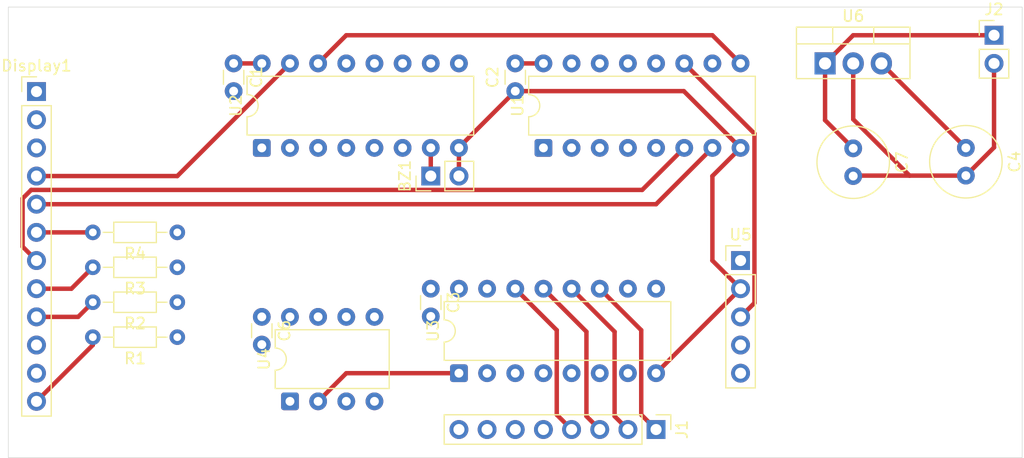
<source format=kicad_pcb>
(kicad_pcb (version 20241229) (generator "pcbnew") (generator_version "9.0")
  (layers (0 "F.Cu" signal) (4 "In1.Cu" signal) (6 "In2.Cu" signal) (8 "In3.Cu" signal) (10 "In4.Cu" signal) (12 "In5.Cu" signal) (14 "In6.Cu" signal) (16 "In7.Cu" signal) (18 "In8.Cu" signal) (2 "B.Cu" signal) (13 "F.Paste" user) (15 "B.Paste" user) (5 "F.SilkS" user "F.Silkscreen") (7 "B.SilkS" user "B.Silkscreen") (1 "F.Mask" user) (3 "B.Mask" user) (25 "Edge.Cuts" user))
  (net 0 "")
  (net 1 "/OUTPUT15")
  (net 2 "GND")
  (net 3 "+5V")
  (net 4 "Net-(J1-Pin_7)")
  (net 5 "Net-(J1-Pin_2)")
  (net 6 "Net-(J1-Pin_4)")
  (net 7 "Net-(J1-Pin_8)")
  (net 8 "Net-(J1-Pin_3)")
  (net 9 "Net-(J1-Pin_1)")
  (net 10 "Net-(J1-Pin_6)")
  (net 11 "Net-(J1-Pin_5)")
  (net 12 "/OUTPUT4")
  (net 13 "OUT_RCLOCK")
  (net 14 "/OUTPUT6")
  (net 16 "DATA")
  (net 17 "/OUTPUT0")
  (net 19 "CLOCK")
  (net 20 "/OUTPUT3")
  (net 21 "Net-(U1-QH')")
  (net 22 "/OUTPUT1")
  (net 23 "/OUTPUT5")
  (net 24 "/OUTPUT7")
  (net 25 "/OUTPUT2")
  (net 26 "Net-(Display1-D_{4})")
  (net 27 "/OUTPUT9")
  (net 28 "/OUTPUT10")
  (net 29 "/OUTPUT8")
  (net 32 "/OUTPUT11")
  (net 33 "Net-(Display1-D_{3})")
  (net 34 "Net-(Display1-D_{2})")
  (net 37 "~{INPUT_LD}")
  (net 41 "DS_CE")
  (net 42 "+VDC")
  (net 43 "Net-(Display1-D_{1})")
  (footprint "Package_TO_SOT_THT:TO-220-3_Vertical" (layer "F.Cu") (at 96.52 27.94)
    (property "Reference" "U6" (at 2.54 -4.27 0) (layer "F.SilkS"))
    (property "Value" "LM7805_TO220")
    (fp_line (start -2.58 -3.27) (end -2.58 1.371) (stroke (width 0.12)) (layer "F.SilkS"))
    (fp_line (start -2.58 -3.27) (end 7.66 -3.27) (stroke (width 0.12)) (layer "F.SilkS"))
    (fp_line (start -2.58 -1.76) (end 7.66 -1.76) (stroke (width 0.12)) (layer "F.SilkS"))
    (fp_line (start -2.58 1.371) (end 7.66 1.371) (stroke (width 0.12)) (layer "F.SilkS"))
    (fp_line (start 0.69 -3.27) (end 0.69 -1.76) (stroke (width 0.12)) (layer "F.SilkS"))
    (fp_line (start 4.391 -3.27) (end 4.391 -1.76) (stroke (width 0.12)) (layer "F.SilkS"))
    (fp_line (start 7.66 -3.27) (end 7.66 1.371) (stroke (width 0.12)) (layer "F.SilkS"))
    (pad "1" thru_hole rect (at 0 0) (size 1.905 2) (drill 1.1) (layers "*.Cu" "*.Mask") (net 42 "+VDC"))
    (pad "2" thru_hole oval (at 2.54 0) (size 1.905 2) (drill 1.1) (layers "*.Cu" "*.Mask") (net 2 "GND"))
    (pad "3" thru_hole oval (at 5.08 0) (size 1.905 2) (drill 1.1) (layers "*.Cu" "*.Mask") (net 3 "+5V"))
  )
  (footprint "Resistor_THT:R_Axial_DIN0204_L3.6mm_D1.6mm_P7.62mm_Horizontal" (layer "F.Cu") (at 38.1 52.63 180)
    (property "Reference" "R1" (at 3.81 -1.92 0) (layer "F.SilkS"))
    (property "Value" "1K")
    (fp_line (start 6.68 0) (end 5.73 0) (stroke (width 0.12)) (layer "F.SilkS"))
    (fp_line (start 5.73 0.92) (end 5.73 -0.92) (stroke (width 0.12)) (layer "F.SilkS"))
    (fp_line (start 5.73 -0.92) (end 1.89 -0.92) (stroke (width 0.12)) (layer "F.SilkS"))
    (fp_line (start 1.89 0.92) (end 5.73 0.92) (stroke (width 0.12)) (layer "F.SilkS"))
    (fp_line (start 1.89 -0.92) (end 1.89 0.92) (stroke (width 0.12)) (layer "F.SilkS"))
    (fp_line (start 0.94 0) (end 1.89 0) (stroke (width 0.12)) (layer "F.SilkS"))
    (pad "1" thru_hole circle (at 0 0 180) (size 1.4 1.4) (drill 0.7) (layers "*.Cu" "*.Mask") (net 17 "/OUTPUT0"))
    (pad "2" thru_hole oval (at 7.62 0 180) (size 1.4 1.4) (drill 0.7) (layers "*.Cu" "*.Mask") (net 43 "Net-(Display1-D_{1})"))
  )
  (footprint "Capacitor_THT:C_Radial_D6.3mm_H5.0mm_P2.50mm" (layer "F.Cu") (at 109.22 35.56 -90)
    (property "Reference" "C4" (at 1.25 -4.4 90) (layer "F.SilkS"))
    (property "Value" "100uf")
    (fp_circle (center 1.25 0) (end 4.52 0) (stroke (width 0.12)) (fill no) (layer "F.SilkS"))
    (pad "1" thru_hole circle (at 0 0 270) (size 1.6 1.6) (drill 0.8) (layers "*.Cu" "*.Mask") (net 3 "+5V"))
    (pad "2" thru_hole circle (at 2.5 0 270) (size 1.6 1.6) (drill 0.8) (layers "*.Cu" "*.Mask") (net 2 "GND"))
  )
  (footprint "Connector_PinHeader_2.54mm:PinHeader_1x02_P2.54mm_Vertical" (layer "F.Cu") (at 60.96 38.1 90)
    (property "Reference" "BZ1" (at 0 -2.33 90) (layer "F.SilkS"))
    (property "Value" "Buzzer")
    (fp_line (start -1.33 -1.33) (end 0 -1.33) (stroke (width 0.12)) (layer "F.SilkS"))
    (fp_line (start -1.33 0) (end -1.33 -1.33) (stroke (width 0.12)) (layer "F.SilkS"))
    (fp_line (start 1.33 1.27) (end 1.33 3.87) (stroke (width 0.12)) (layer "F.SilkS"))
    (fp_line (start -1.33 1.27) (end 1.33 1.27) (stroke (width 0.12)) (layer "F.SilkS"))
    (fp_line (start -1.33 1.27) (end -1.33 3.87) (stroke (width 0.12)) (layer "F.SilkS"))
    (fp_line (start -1.33 3.87) (end 1.33 3.87) (stroke (width 0.12)) (layer "F.SilkS"))
    (pad "1" thru_hole rect (at 0 0 90) (size 1.7 1.7) (drill 1) (layers "*.Cu" "*.Mask") (net 1 "/OUTPUT15"))
    (pad "2" thru_hole oval (at 0 2.54 90) (size 1.7 1.7) (drill 1) (layers "*.Cu" "*.Mask") (net 2 "GND"))
  )
  (footprint "Capacitor_THT:C_Radial_D6.3mm_H5.0mm_P2.50mm" (layer "F.Cu") (at 99.06 35.6 -90)
    (property "Reference" "C7" (at 1.25 -4.4 90) (layer "F.SilkS"))
    (property "Value" "100uf")
    (fp_circle (center 1.25 0) (end 4.52 0) (stroke (width 0.12)) (fill no) (layer "F.SilkS"))
    (pad "1" thru_hole circle (at 0 0 270) (size 1.6 1.6) (drill 0.8) (layers "*.Cu" "*.Mask") (net 42 "+VDC"))
    (pad "2" thru_hole circle (at 2.5 0 270) (size 1.6 1.6) (drill 0.8) (layers "*.Cu" "*.Mask") (net 2 "GND"))
  )
  (footprint "Capacitor_THT:C_Disc_D3.0mm_W1.6mm_P2.50mm" (layer "F.Cu") (at 60.96 48.26 -90)
    (property "Reference" "C3" (at 1.25 -2.05 90) (layer "F.SilkS"))
    (property "Value" "100nf" (hide yes))
    (fp_line (start 0.621 0.92) (end 1.879 0.92) (stroke (width 0.12)) (layer "F.SilkS"))
    (fp_line (start 0.621 -0.92) (end 1.879 -0.92) (stroke (width 0.12)) (layer "F.SilkS"))
    (pad "1" thru_hole circle (at 0 0 270) (size 1.6 1.6) (drill 0.8) (layers "*.Cu" "*.Mask") (net 3 "+5V"))
    (pad "2" thru_hole circle (at 2.5 0 270) (size 1.6 1.6) (drill 0.8) (layers "*.Cu" "*.Mask") (net 2 "GND"))
  )
  (footprint "Resistor_THT:R_Axial_DIN0204_L3.6mm_D1.6mm_P7.62mm_Horizontal" (layer "F.Cu") (at 38.1 46.33 180)
    (property "Reference" "R3" (at 3.81 -1.92 0) (layer "F.SilkS"))
    (property "Value" "1K")
    (fp_line (start 6.68 0) (end 5.73 0) (stroke (width 0.12)) (layer "F.SilkS"))
    (fp_line (start 5.73 0.92) (end 5.73 -0.92) (stroke (width 0.12)) (layer "F.SilkS"))
    (fp_line (start 5.73 -0.92) (end 1.89 -0.92) (stroke (width 0.12)) (layer "F.SilkS"))
    (fp_line (start 1.89 0.92) (end 5.73 0.92) (stroke (width 0.12)) (layer "F.SilkS"))
    (fp_line (start 1.89 -0.92) (end 1.89 0.92) (stroke (width 0.12)) (layer "F.SilkS"))
    (fp_line (start 0.94 0) (end 1.89 0) (stroke (width 0.12)) (layer "F.SilkS"))
    (pad "1" thru_hole circle (at 0 0 180) (size 1.4 1.4) (drill 0.7) (layers "*.Cu" "*.Mask") (net 25 "/OUTPUT2"))
    (pad "2" thru_hole oval (at 7.62 0 180) (size 1.4 1.4) (drill 0.7) (layers "*.Cu" "*.Mask") (net 33 "Net-(Display1-D_{3})"))
  )
  (footprint "Package_DIP:DIP-16_W7.62mm" (layer "F.Cu") (at 63.5 55.88 90)
    (property "Reference" "U3" (at 3.81 -2.33 90) (layer "F.SilkS"))
    (property "Value" "74HC165")
    (fp_line (start 6.46 -1.33) (end 4.81 -1.33) (stroke (width 0.12)) (layer "F.SilkS"))
    (fp_line (start 2.81 -1.33) (end 1.16 -1.33) (stroke (width 0.12)) (layer "F.SilkS"))
    (fp_line (start 1.16 -1.33) (end 1.16 19.11) (stroke (width 0.12)) (layer "F.SilkS"))
    (fp_line (start 6.46 19.11) (end 6.46 -1.33) (stroke (width 0.12)) (layer "F.SilkS"))
    (fp_line (start 1.16 19.11) (end 6.46 19.11) (stroke (width 0.12)) (layer "F.SilkS"))
    (fp_arc (start 4.81 -1.33) (mid 3.81 -0.33) (end 2.81 -1.33) (stroke (width 0.12)) (layer "F.SilkS"))
    (pad "1" thru_hole roundrect (at 0 0 90) (size 1.6 1.6) (drill 0.8) (layers "*.Cu" "*.Mask") (roundrect_rratio 0.15625) (net 37 "~{INPUT_LD}"))
    (pad "2" thru_hole circle (at 0 2.54 90) (size 1.6 1.6) (drill 0.8) (layers "*.Cu" "*.Mask") (net 19 "CLOCK"))
    (pad "3" thru_hole circle (at 0 5.08 90) (size 1.6 1.6) (drill 0.8) (layers "*.Cu" "*.Mask") (net 11 "Net-(J1-Pin_5)"))
    (pad "4" thru_hole circle (at 0 7.62 90) (size 1.6 1.6) (drill 0.8) (layers "*.Cu" "*.Mask") (net 10 "Net-(J1-Pin_6)"))
    (pad "5" thru_hole circle (at 0 10.16 90) (size 1.6 1.6) (drill 0.8) (layers "*.Cu" "*.Mask") (net 4 "Net-(J1-Pin_7)"))
    (pad "6" thru_hole circle (at 0 12.7 90) (size 1.6 1.6) (drill 0.8) (layers "*.Cu" "*.Mask") (net 7 "Net-(J1-Pin_8)"))
    (pad "7" thru_hole circle (at 0 15.24 90) (size 1.6 1.6) (drill 0.8) (layers "*.Cu" "*.Mask"))
    (pad "8" thru_hole circle (at 0 17.78 90) (size 1.6 1.6) (drill 0.8) (layers "*.Cu" "*.Mask") (net 2 "GND"))
    (pad "9" thru_hole circle (at 7.62 17.78 90) (size 1.6 1.6) (drill 0.8) (layers "*.Cu" "*.Mask") (net 16 "DATA"))
    (pad "10" thru_hole circle (at 7.62 15.24 90) (size 1.6 1.6) (drill 0.8) (layers "*.Cu" "*.Mask"))
    (pad "11" thru_hole circle (at 7.62 12.7 90) (size 1.6 1.6) (drill 0.8) (layers "*.Cu" "*.Mask") (net 9 "Net-(J1-Pin_1)"))
    (pad "12" thru_hole circle (at 7.62 10.16 90) (size 1.6 1.6) (drill 0.8) (layers "*.Cu" "*.Mask") (net 5 "Net-(J1-Pin_2)"))
    (pad "13" thru_hole circle (at 7.62 7.62 90) (size 1.6 1.6) (drill 0.8) (layers "*.Cu" "*.Mask") (net 8 "Net-(J1-Pin_3)"))
    (pad "14" thru_hole circle (at 7.62 5.08 90) (size 1.6 1.6) (drill 0.8) (layers "*.Cu" "*.Mask") (net 6 "Net-(J1-Pin_4)"))
    (pad "15" thru_hole circle (at 7.62 2.54 90) (size 1.6 1.6) (drill 0.8) (layers "*.Cu" "*.Mask"))
    (pad "16" thru_hole circle (at 7.62 0 90) (size 1.6 1.6) (drill 0.8) (layers "*.Cu" "*.Mask") (net 3 "+5V"))
  )
  (footprint "Package_DIP:DIP-8_W7.62mm" (layer "F.Cu") (at 48.26 58.42 90)
    (property "Reference" "U4" (at 3.81 -2.33 90) (layer "F.SilkS"))
    (property "Value" "ATtiny13A-P")
    (fp_line (start 6.46 -1.33) (end 4.81 -1.33) (stroke (width 0.12)) (layer "F.SilkS"))
    (fp_line (start 2.81 -1.33) (end 1.16 -1.33) (stroke (width 0.12)) (layer "F.SilkS"))
    (fp_line (start 1.16 -1.33) (end 1.16 8.95) (stroke (width 0.12)) (layer "F.SilkS"))
    (fp_line (start 6.46 8.95) (end 6.46 -1.33) (stroke (width 0.12)) (layer "F.SilkS"))
    (fp_line (start 1.16 8.95) (end 6.46 8.95) (stroke (width 0.12)) (layer "F.SilkS"))
    (fp_arc (start 4.81 -1.33) (mid 3.81 -0.33) (end 2.81 -1.33) (stroke (width 0.12)) (layer "F.SilkS"))
    (pad "1" thru_hole roundrect (at 0 0 90) (size 1.6 1.6) (drill 0.8) (layers "*.Cu" "*.Mask") (roundrect_rratio 0.15625))
    (pad "2" thru_hole circle (at 0 2.54 90) (size 1.6 1.6) (drill 0.8) (layers "*.Cu" "*.Mask") (net 37 "~{INPUT_LD}"))
    (pad "3" thru_hole circle (at 0 5.08 90) (size 1.6 1.6) (drill 0.8) (layers "*.Cu" "*.Mask") (net 41 "DS_CE"))
    (pad "4" thru_hole circle (at 0 7.62 90) (size 1.6 1.6) (drill 0.8) (layers "*.Cu" "*.Mask") (net 2 "GND"))
    (pad "5" thru_hole circle (at 7.62 7.62 90) (size 1.6 1.6) (drill 0.8) (layers "*.Cu" "*.Mask") (net 16 "DATA"))
    (pad "6" thru_hole circle (at 7.62 5.08 90) (size 1.6 1.6) (drill 0.8) (layers "*.Cu" "*.Mask") (net 19 "CLOCK"))
    (pad "7" thru_hole circle (at 7.62 2.54 90) (size 1.6 1.6) (drill 0.8) (layers "*.Cu" "*.Mask") (net 13 "OUT_RCLOCK"))
    (pad "8" thru_hole circle (at 7.62 0 90) (size 1.6 1.6) (drill 0.8) (layers "*.Cu" "*.Mask") (net 3 "+5V"))
  )
  (footprint "Connector_PinHeader_2.54mm:PinHeader_1x08_P2.54mm_Vertical" (layer "F.Cu") (at 81.28 60.96 -90)
    (property "Reference" "J1" (at 0 -2.33 90) (layer "F.SilkS"))
    (property "Value" "INPUT")
    (fp_line (start -1.33 19.11) (end 1.33 19.11) (stroke (width 0.12)) (layer "F.SilkS"))
    (fp_line (start -1.33 1.27) (end -1.33 19.11) (stroke (width 0.12)) (layer "F.SilkS"))
    (fp_line (start -1.33 1.27) (end 1.33 1.27) (stroke (width 0.12)) (layer "F.SilkS"))
    (fp_line (start 1.33 1.27) (end 1.33 19.11) (stroke (width 0.12)) (layer "F.SilkS"))
    (fp_line (start -1.33 0) (end -1.33 -1.33) (stroke (width 0.12)) (layer "F.SilkS"))
    (fp_line (start -1.33 -1.33) (end 0 -1.33) (stroke (width 0.12)) (layer "F.SilkS"))
    (pad "1" thru_hole rect (at 0 0 270) (size 1.7 1.7) (drill 1) (layers "*.Cu" "*.Mask") (net 9 "Net-(J1-Pin_1)"))
    (pad "2" thru_hole oval (at 0 2.54 270) (size 1.7 1.7) (drill 1) (layers "*.Cu" "*.Mask") (net 5 "Net-(J1-Pin_2)"))
    (pad "3" thru_hole oval (at 0 5.08 270) (size 1.7 1.7) (drill 1) (layers "*.Cu" "*.Mask") (net 8 "Net-(J1-Pin_3)"))
    (pad "4" thru_hole oval (at 0 7.62 270) (size 1.7 1.7) (drill 1) (layers "*.Cu" "*.Mask") (net 6 "Net-(J1-Pin_4)"))
    (pad "5" thru_hole oval (at 0 10.16 270) (size 1.7 1.7) (drill 1) (layers "*.Cu" "*.Mask") (net 11 "Net-(J1-Pin_5)"))
    (pad "6" thru_hole oval (at 0 12.7 270) (size 1.7 1.7) (drill 1) (layers "*.Cu" "*.Mask") (net 10 "Net-(J1-Pin_6)"))
    (pad "7" thru_hole oval (at 0 15.24 270) (size 1.7 1.7) (drill 1) (layers "*.Cu" "*.Mask") (net 4 "Net-(J1-Pin_7)"))
    (pad "8" thru_hole oval (at 0 17.78 270) (size 1.7 1.7) (drill 1) (layers "*.Cu" "*.Mask") (net 7 "Net-(J1-Pin_8)"))
  )
  (footprint "Capacitor_THT:C_Disc_D3.0mm_W1.6mm_P2.50mm" (layer "F.Cu") (at 43.18 27.94 -90)
    (property "Reference" "C1" (at 1.25 -2.05 90) (layer "F.SilkS"))
    (property "Value" "100nf" (hide yes))
    (fp_line (start 0.621 0.92) (end 1.879 0.92) (stroke (width 0.12)) (layer "F.SilkS"))
    (fp_line (start 0.621 -0.92) (end 1.879 -0.92) (stroke (width 0.12)) (layer "F.SilkS"))
    (pad "1" thru_hole circle (at 0 0 270) (size 1.6 1.6) (drill 0.8) (layers "*.Cu" "*.Mask") (net 3 "+5V"))
    (pad "2" thru_hole circle (at 2.5 0 270) (size 1.6 1.6) (drill 0.8) (layers "*.Cu" "*.Mask") (net 2 "GND"))
  )
  (footprint "Capacitor_THT:C_Disc_D3.0mm_W1.6mm_P2.50mm" (layer "F.Cu") (at 68.58 30.44 90)
    (property "Reference" "C2" (at 1.25 -2.05 90) (layer "F.SilkS"))
    (property "Value" "100nf" (hide yes))
    (fp_line (start 0.621 -0.92) (end 1.879 -0.92) (stroke (width 0.12)) (layer "F.SilkS"))
    (fp_line (start 0.621 0.92) (end 1.879 0.92) (stroke (width 0.12)) (layer "F.SilkS"))
    (pad "1" thru_hole circle (at 0 0 90) (size 1.6 1.6) (drill 0.8) (layers "*.Cu" "*.Mask") (net 2 "GND"))
    (pad "2" thru_hole circle (at 2.5 0 90) (size 1.6 1.6) (drill 0.8) (layers "*.Cu" "*.Mask") (net 3 "+5V"))
  )
  (footprint "Capacitor_THT:C_Disc_D3.0mm_W1.6mm_P2.50mm" (layer "F.Cu") (at 45.72 50.8 -90)
    (property "Reference" "C6" (at 1.25 -2.05 90) (layer "F.SilkS"))
    (property "Value" "100nf" (hide yes))
    (fp_line (start 0.621 0.92) (end 1.879 0.92) (stroke (width 0.12)) (layer "F.SilkS"))
    (fp_line (start 0.621 -0.92) (end 1.879 -0.92) (stroke (width 0.12)) (layer "F.SilkS"))
    (pad "1" thru_hole circle (at 0 0 270) (size 1.6 1.6) (drill 0.8) (layers "*.Cu" "*.Mask") (net 3 "+5V"))
    (pad "2" thru_hole circle (at 2.5 0 270) (size 1.6 1.6) (drill 0.8) (layers "*.Cu" "*.Mask") (net 2 "GND"))
  )
  (footprint "Connector_PinHeader_2.54mm:PinHeader_1x12_P2.54mm_Vertical" (layer "F.Cu") (at 25.4 30.48)
    (property "Reference" "Display1" (at 0 -2.33 0) (layer "F.SilkS"))
    (property "Value" "~")
    (fp_line (start -1.33 -1.33) (end 0 -1.33) (stroke (width 0.12)) (layer "F.SilkS"))
    (fp_line (start -1.33 0) (end -1.33 -1.33) (stroke (width 0.12)) (layer "F.SilkS"))
    (fp_line (start -1.33 1.27) (end -1.33 29.27) (stroke (width 0.12)) (layer "F.SilkS"))
    (fp_line (start -1.33 1.27) (end 1.33 1.27) (stroke (width 0.12)) (layer "F.SilkS"))
    (fp_line (start -1.33 29.27) (end 1.33 29.27) (stroke (width 0.12)) (layer "F.SilkS"))
    (fp_line (start 1.33 1.27) (end 1.33 29.27) (stroke (width 0.12)) (layer "F.SilkS"))
    (pad "1" thru_hole rect (at 0 0) (size 1.7 1.7) (drill 1) (layers "*.Cu" "*.Mask") (net 32 "/OUTPUT11"))
    (pad "2" thru_hole oval (at 0 2.54) (size 1.7 1.7) (drill 1) (layers "*.Cu" "*.Mask") (net 28 "/OUTPUT10"))
    (pad "3" thru_hole oval (at 0 5.08) (size 1.7 1.7) (drill 1) (layers "*.Cu" "*.Mask") (net 27 "/OUTPUT9"))
    (pad "4" thru_hole oval (at 0 7.62) (size 1.7 1.7) (drill 1) (layers "*.Cu" "*.Mask") (net 29 "/OUTPUT8"))
    (pad "5" thru_hole oval (at 0 10.16) (size 1.7 1.7) (drill 1) (layers "*.Cu" "*.Mask") (net 24 "/OUTPUT7"))
    (pad "6" thru_hole oval (at 0 12.7) (size 1.7 1.7) (drill 1) (layers "*.Cu" "*.Mask") (net 26 "Net-(Display1-D_{4})"))
    (pad "7" thru_hole oval (at 0 15.24) (size 1.7 1.7) (drill 1) (layers "*.Cu" "*.Mask") (net 14 "/OUTPUT6"))
    (pad "8" thru_hole oval (at 0 17.78) (size 1.7 1.7) (drill 1) (layers "*.Cu" "*.Mask") (net 33 "Net-(Display1-D_{3})"))
    (pad "9" thru_hole oval (at 0 20.32) (size 1.7 1.7) (drill 1) (layers "*.Cu" "*.Mask") (net 34 "Net-(Display1-D_{2})"))
    (pad "10" thru_hole oval (at 0 22.86) (size 1.7 1.7) (drill 1) (layers "*.Cu" "*.Mask") (net 23 "/OUTPUT5"))
    (pad "11" thru_hole oval (at 0 25.4) (size 1.7 1.7) (drill 1) (layers "*.Cu" "*.Mask") (net 12 "/OUTPUT4"))
    (pad "12" thru_hole oval (at 0 27.94) (size 1.7 1.7) (drill 1) (layers "*.Cu" "*.Mask") (net 43 "Net-(Display1-D_{1})"))
  )
  (footprint "Resistor_THT:R_Axial_DIN0204_L3.6mm_D1.6mm_P7.62mm_Horizontal" (layer "F.Cu") (at 38.1 43.18 180)
    (property "Reference" "R4" (at 3.81 -1.92 0) (layer "F.SilkS"))
    (property "Value" "1K")
    (fp_line (start 6.68 0) (end 5.73 0) (stroke (width 0.12)) (layer "F.SilkS"))
    (fp_line (start 5.73 0.92) (end 5.73 -0.92) (stroke (width 0.12)) (layer "F.SilkS"))
    (fp_line (start 5.73 -0.92) (end 1.89 -0.92) (stroke (width 0.12)) (layer "F.SilkS"))
    (fp_line (start 1.89 0.92) (end 5.73 0.92) (stroke (width 0.12)) (layer "F.SilkS"))
    (fp_line (start 1.89 -0.92) (end 1.89 0.92) (stroke (width 0.12)) (layer "F.SilkS"))
    (fp_line (start 0.94 0) (end 1.89 0) (stroke (width 0.12)) (layer "F.SilkS"))
    (pad "1" thru_hole circle (at 0 0 180) (size 1.4 1.4) (drill 0.7) (layers "*.Cu" "*.Mask") (net 20 "/OUTPUT3"))
    (pad "2" thru_hole oval (at 7.62 0 180) (size 1.4 1.4) (drill 0.7) (layers "*.Cu" "*.Mask") (net 26 "Net-(Display1-D_{4})"))
  )
  (footprint "Connector_PinHeader_2.54mm:PinHeader_1x05_P2.54mm_Vertical" (layer "F.Cu") (at 88.9 45.72)
    (property "Reference" "U5" (at 0 -2.33 0) (layer "F.SilkS"))
    (property "Value" "DS1302")
    (fp_line (start -1.33 -1.33) (end 0 -1.33) (stroke (width 0.12)) (layer "F.SilkS"))
    (fp_line (start -1.33 0) (end -1.33 -1.33) (stroke (width 0.12)) (layer "F.SilkS"))
    (fp_line (start -1.33 1.27) (end -1.33 11.49) (stroke (width 0.12)) (layer "F.SilkS"))
    (fp_line (start -1.33 1.27) (end 1.33 1.27) (stroke (width 0.12)) (layer "F.SilkS"))
    (fp_line (start -1.33 11.49) (end 1.33 11.49) (stroke (width 0.12)) (layer "F.SilkS"))
    (fp_line (start 1.33 1.27) (end 1.33 11.49) (stroke (width 0.12)) (layer "F.SilkS"))
    (pad "1" thru_hole rect (at 0 0) (size 1.7 1.7) (drill 1) (layers "*.Cu" "*.Mask") (net 3 "+5V"))
    (pad "2" thru_hole oval (at 0 2.54) (size 1.7 1.7) (drill 1) (layers "*.Cu" "*.Mask") (net 2 "GND"))
    (pad "3" thru_hole oval (at 0 5.08) (size 1.7 1.7) (drill 1) (layers "*.Cu" "*.Mask") (net 19 "CLOCK"))
    (pad "4" thru_hole oval (at 0 7.62) (size 1.7 1.7) (drill 1) (layers "*.Cu" "*.Mask") (net 16 "DATA"))
    (pad "5" thru_hole oval (at 0 10.16) (size 1.7 1.7) (drill 1) (layers "*.Cu" "*.Mask") (net 41 "DS_CE"))
  )
  (footprint "Resistor_THT:R_Axial_DIN0204_L3.6mm_D1.6mm_P7.62mm_Horizontal" (layer "F.Cu") (at 38.1 49.48 180)
    (property "Reference" "R2" (at 3.81 -1.92 0) (layer "F.SilkS"))
    (property "Value" "1K")
    (fp_line (start 6.68 0) (end 5.73 0) (stroke (width 0.12)) (layer "F.SilkS"))
    (fp_line (start 5.73 0.92) (end 5.73 -0.92) (stroke (width 0.12)) (layer "F.SilkS"))
    (fp_line (start 5.73 -0.92) (end 1.89 -0.92) (stroke (width 0.12)) (layer "F.SilkS"))
    (fp_line (start 1.89 0.92) (end 5.73 0.92) (stroke (width 0.12)) (layer "F.SilkS"))
    (fp_line (start 1.89 -0.92) (end 1.89 0.92) (stroke (width 0.12)) (layer "F.SilkS"))
    (fp_line (start 0.94 0) (end 1.89 0) (stroke (width 0.12)) (layer "F.SilkS"))
    (pad "1" thru_hole circle (at 0 0 180) (size 1.4 1.4) (drill 0.7) (layers "*.Cu" "*.Mask") (net 22 "/OUTPUT1"))
    (pad "2" thru_hole oval (at 7.62 0 180) (size 1.4 1.4) (drill 0.7) (layers "*.Cu" "*.Mask") (net 34 "Net-(Display1-D_{2})"))
  )
  (footprint "Package_DIP:DIP-16_W7.62mm" (layer "F.Cu") (at 71.12 35.56 90)
    (property "Reference" "U1" (at 3.81 -2.33 90) (layer "F.SilkS"))
    (property "Value" "74AHC595")
    (fp_line (start 6.46 -1.33) (end 4.81 -1.33) (stroke (width 0.12)) (layer "F.SilkS"))
    (fp_line (start 2.81 -1.33) (end 1.16 -1.33) (stroke (width 0.12)) (layer "F.SilkS"))
    (fp_line (start 1.16 -1.33) (end 1.16 19.11) (stroke (width 0.12)) (layer "F.SilkS"))
    (fp_line (start 6.46 19.11) (end 6.46 -1.33) (stroke (width 0.12)) (layer "F.SilkS"))
    (fp_line (start 1.16 19.11) (end 6.46 19.11) (stroke (width 0.12)) (layer "F.SilkS"))
    (fp_arc (start 4.81 -1.33) (mid 3.81 -0.33) (end 2.81 -1.33) (stroke (width 0.12)) (layer "F.SilkS"))
    (pad "1" thru_hole roundrect (at 0 0 90) (size 1.6 1.6) (drill 0.8) (layers "*.Cu" "*.Mask") (roundrect_rratio 0.15625) (net 22 "/OUTPUT1"))
    (pad "2" thru_hole circle (at 0 2.54 90) (size 1.6 1.6) (drill 0.8) (layers "*.Cu" "*.Mask") (net 25 "/OUTPUT2"))
    (pad "3" thru_hole circle (at 0 5.08 90) (size 1.6 1.6) (drill 0.8) (layers "*.Cu" "*.Mask") (net 20 "/OUTPUT3"))
    (pad "4" thru_hole circle (at 0 7.62 90) (size 1.6 1.6) (drill 0.8) (layers "*.Cu" "*.Mask") (net 12 "/OUTPUT4"))
    (pad "5" thru_hole circle (at 0 10.16 90) (size 1.6 1.6) (drill 0.8) (layers "*.Cu" "*.Mask") (net 23 "/OUTPUT5"))
    (pad "6" thru_hole circle (at 0 12.7 90) (size 1.6 1.6) (drill 0.8) (layers "*.Cu" "*.Mask") (net 14 "/OUTPUT6"))
    (pad "7" thru_hole circle (at 0 15.24 90) (size 1.6 1.6) (drill 0.8) (layers "*.Cu" "*.Mask") (net 24 "/OUTPUT7"))
    (pad "8" thru_hole circle (at 0 17.78 90) (size 1.6 1.6) (drill 0.8) (layers "*.Cu" "*.Mask") (net 2 "GND"))
    (pad "9" thru_hole circle (at 7.62 17.78 90) (size 1.6 1.6) (drill 0.8) (layers "*.Cu" "*.Mask") (net 21 "Net-(U1-QH')"))
    (pad "10" thru_hole circle (at 7.62 15.24 90) (size 1.6 1.6) (drill 0.8) (layers "*.Cu" "*.Mask"))
    (pad "11" thru_hole circle (at 7.62 12.7 90) (size 1.6 1.6) (drill 0.8) (layers "*.Cu" "*.Mask") (net 19 "CLOCK"))
    (pad "12" thru_hole circle (at 7.62 10.16 90) (size 1.6 1.6) (drill 0.8) (layers "*.Cu" "*.Mask") (net 13 "OUT_RCLOCK"))
    (pad "13" thru_hole circle (at 7.62 7.62 90) (size 1.6 1.6) (drill 0.8) (layers "*.Cu" "*.Mask"))
    (pad "14" thru_hole circle (at 7.62 5.08 90) (size 1.6 1.6) (drill 0.8) (layers "*.Cu" "*.Mask") (net 16 "DATA"))
    (pad "15" thru_hole circle (at 7.62 2.54 90) (size 1.6 1.6) (drill 0.8) (layers "*.Cu" "*.Mask") (net 17 "/OUTPUT0"))
    (pad "16" thru_hole circle (at 7.62 0 90) (size 1.6 1.6) (drill 0.8) (layers "*.Cu" "*.Mask") (net 3 "+5V"))
  )
  (footprint "Connector_PinHeader_2.54mm:PinHeader_1x02_P2.54mm_Vertical" (layer "F.Cu") (at 111.76 25.4)
    (property "Reference" "J2" (at 0 -2.33 0) (layer "F.SilkS"))
    (property "Value" "DC IN")
    (fp_line (start -1.33 -1.33) (end 0 -1.33) (stroke (width 0.12)) (layer "F.SilkS"))
    (fp_line (start -1.33 0) (end -1.33 -1.33) (stroke (width 0.12)) (layer "F.SilkS"))
    (fp_line (start -1.33 1.27) (end -1.33 3.87) (stroke (width 0.12)) (layer "F.SilkS"))
    (fp_line (start -1.33 1.27) (end 1.33 1.27) (stroke (width 0.12)) (layer "F.SilkS"))
    (fp_line (start -1.33 3.87) (end 1.33 3.87) (stroke (width 0.12)) (layer "F.SilkS"))
    (fp_line (start 1.33 1.27) (end 1.33 3.87) (stroke (width 0.12)) (layer "F.SilkS"))
    (pad "1" thru_hole rect (at 0 0) (size 1.7 1.7) (drill 1) (layers "*.Cu" "*.Mask") (net 42 "+VDC"))
    (pad "2" thru_hole oval (at 0 2.54) (size 1.7 1.7) (drill 1) (layers "*.Cu" "*.Mask") (net 2 "GND"))
  )
  (footprint "Package_DIP:DIP-16_W7.62mm" (layer "F.Cu") (at 45.72 35.56 90)
    (property "Reference" "U2" (at 3.81 -2.33 90) (layer "F.SilkS"))
    (property "Value" "74AHC595")
    (fp_line (start 6.46 -1.33) (end 4.81 -1.33) (stroke (width 0.12)) (layer "F.SilkS"))
    (fp_line (start 2.81 -1.33) (end 1.16 -1.33) (stroke (width 0.12)) (layer "F.SilkS"))
    (fp_line (start 1.16 -1.33) (end 1.16 19.11) (stroke (width 0.12)) (layer "F.SilkS"))
    (fp_line (start 6.46 19.11) (end 6.46 -1.33) (stroke (width 0.12)) (layer "F.SilkS"))
    (fp_line (start 1.16 19.11) (end 6.46 19.11) (stroke (width 0.12)) (layer "F.SilkS"))
    (fp_arc (start 4.81 -1.33) (mid 3.81 -0.33) (end 2.81 -1.33) (stroke (width 0.12)) (layer "F.SilkS"))
    (pad "1" thru_hole roundrect (at 0 0 90) (size 1.6 1.6) (drill 0.8) (layers "*.Cu" "*.Mask") (roundrect_rratio 0.15625) (net 27 "/OUTPUT9"))
    (pad "2" thru_hole circle (at 0 2.54 90) (size 1.6 1.6) (drill 0.8) (layers "*.Cu" "*.Mask") (net 28 "/OUTPUT10"))
    (pad "3" thru_hole circle (at 0 5.08 90) (size 1.6 1.6) (drill 0.8) (layers "*.Cu" "*.Mask") (net 32 "/OUTPUT11"))
    (pad "4" thru_hole circle (at 0 7.62 90) (size 1.6 1.6) (drill 0.8) (layers "*.Cu" "*.Mask"))
    (pad "5" thru_hole circle (at 0 10.16 90) (size 1.6 1.6) (drill 0.8) (layers "*.Cu" "*.Mask"))
    (pad "6" thru_hole circle (at 0 12.7 90) (size 1.6 1.6) (drill 0.8) (layers "*.Cu" "*.Mask"))
    (pad "7" thru_hole circle (at 0 15.24 90) (size 1.6 1.6) (drill 0.8) (layers "*.Cu" "*.Mask") (net 1 "/OUTPUT15"))
    (pad "8" thru_hole circle (at 0 17.78 90) (size 1.6 1.6) (drill 0.8) (layers "*.Cu" "*.Mask") (net 2 "GND"))
    (pad "9" thru_hole circle (at 7.62 17.78 90) (size 1.6 1.6) (drill 0.8) (layers "*.Cu" "*.Mask"))
    (pad "10" thru_hole circle (at 7.62 15.24 90) (size 1.6 1.6) (drill 0.8) (layers "*.Cu" "*.Mask"))
    (pad "11" thru_hole circle (at 7.62 12.7 90) (size 1.6 1.6) (drill 0.8) (layers "*.Cu" "*.Mask") (net 19 "CLOCK"))
    (pad "12" thru_hole circle (at 7.62 10.16 90) (size 1.6 1.6) (drill 0.8) (layers "*.Cu" "*.Mask") (net 13 "OUT_RCLOCK"))
    (pad "13" thru_hole circle (at 7.62 7.62 90) (size 1.6 1.6) (drill 0.8) (layers "*.Cu" "*.Mask"))
    (pad "14" thru_hole circle (at 7.62 5.08 90) (size 1.6 1.6) (drill 0.8) (layers "*.Cu" "*.Mask") (net 21 "Net-(U1-QH')"))
    (pad "15" thru_hole circle (at 7.62 2.54 90) (size 1.6 1.6) (drill 0.8) (layers "*.Cu" "*.Mask") (net 29 "/OUTPUT8"))
    (pad "16" thru_hole circle (at 7.62 0 90) (size 1.6 1.6) (drill 0.8) (layers "*.Cu" "*.Mask") (net 3 "+5V"))
  )
  (gr_rect (start 22.86 22.86) (end 114.3 63.5) (stroke (width 0.05)) (fill no) (layer "Edge.Cuts"))
  (segment (start 60.96 35.56) (end 60.96 38.1) (width 0.4) (layer "F.Cu") (net 1))
  (segment (start 81.28 55.88) (end 88.9 48.26) (width 0.4) (layer "F.Cu") (net 2))
  (segment (start 99.06 27.94) (end 99.06 32.98) (width 0.4) (layer "F.Cu") (net 2))
  (segment (start 83.78 30.44) (end 68.58 30.44) (width 0.4) (layer "F.Cu") (net 2))
  (segment (start 63.5 35.52) (end 63.5 35.56) (width 0.4) (layer "F.Cu") (net 2))
  (segment (start 88.9 35.56) (end 86.36 38.1) (width 0.4) (layer "F.Cu") (net 2))
  (segment (start 86.36 38.1) (end 86.36 45.72) (width 0.4) (layer "F.Cu") (net 2))
  (segment (start 68.58 30.44) (end 63.5 35.52) (width 0.4) (layer "F.Cu") (net 2))
  (segment (start 99.1 38.06) (end 99.06 38.1) (width 0.4) (layer "F.Cu") (net 2))
  (segment (start 104.14 38.06) (end 99.1 38.06) (width 0.4) (layer "F.Cu") (net 2))
  (segment (start 63.5 35.56) (end 63.5 38.1) (width 0.4) (layer "F.Cu") (net 2))
  (segment (start 86.36 45.72) (end 88.9 48.26) (width 0.4) (layer "F.Cu") (net 2))
  (segment (start 111.76 27.94) (end 111.76 35.52) (width 0.4) (layer "F.Cu") (net 2))
  (segment (start 88.9 35.56) (end 83.78 30.44) (width 0.4) (layer "F.Cu") (net 2))
  (segment (start 99.06 32.98) (end 104.14 38.06) (width 0.4) (layer "F.Cu") (net 2))
  (segment (start 109.22 38.06) (end 104.14 38.06) (width 0.4) (layer "F.Cu") (net 2))
  (segment (start 111.76 35.52) (end 109.22 38.06) (width 0.4) (layer "F.Cu") (net 2))
  (segment (start 101.6 27.94) (end 109.22 35.56) (width 0.4) (layer "F.Cu") (net 3))
  (segment (start 45.72 27.94) (end 43.18 27.94) (width 0.4) (layer "F.Cu") (net 3))
  (segment (start 68.58 27.94) (end 71.12 27.94) (width 0.4) (layer "F.Cu") (net 3))
  (segment (start 77.539 52.139) (end 73.66 48.26) (width 0.4) (layer "F.Cu") (net 5))
  (segment (start 77.539 59.759) (end 77.539 52.139) (width 0.4) (layer "F.Cu") (net 5))
  (segment (start 78.74 60.96) (end 77.539 59.759) (width 0.4) (layer "F.Cu") (net 5))
  (segment (start 72.321 52.001) (end 68.58 48.26) (width 0.4) (layer "F.Cu") (net 6))
  (segment (start 73.66 60.96) (end 72.321 59.621) (width 0.4) (layer "F.Cu") (net 6))
  (segment (start 72.321 59.621) (end 72.321 52.001) (width 0.4) (layer "F.Cu") (net 6))
  (segment (start 76.2 60.96) (end 74.999 59.759) (width 0.4) (layer "F.Cu") (net 8))
  (segment (start 74.999 59.759) (end 74.999 52.139) (width 0.4) (layer "F.Cu") (net 8))
  (segment (start 74.999 52.139) (end 71.12 48.26) (width 0.4) (layer "F.Cu") (net 8))
  (segment (start 79.941 52.001) (end 76.2 48.26) (width 0.4) (layer "F.Cu") (net 9))
  (segment (start 81.28 60.96) (end 79.941 59.621) (width 0.4) (layer "F.Cu") (net 9))
  (segment (start 79.941 59.621) (end 79.941 52.001) (width 0.4) (layer "F.Cu") (net 9))
  (segment (start 24.149 40.121818) (end 24.149 44.469) (width 0.4) (layer "F.Cu") (net 14))
  (segment (start 24.919818 39.351) (end 24.149 40.121818) (width 0.4) (layer "F.Cu") (net 14))
  (segment (start 80.029 39.351) (end 24.919818 39.351) (width 0.4) (layer "F.Cu") (net 14))
  (segment (start 24.149 44.469) (end 25.4 45.72) (width 0.4) (layer "F.Cu") (net 14))
  (segment (start 83.82 35.56) (end 80.029 39.351) (width 0.4) (layer "F.Cu") (net 14))
  (segment (start 83.82 27.94) (end 90.151 34.271) (width 0.4) (layer "F.Cu") (net 19))
  (segment (start 90.151 34.271) (end 90.151 49.549) (width 0.4) (layer "F.Cu") (net 19))
  (segment (start 90.151 49.549) (end 88.9 50.8) (width 0.4) (layer "F.Cu") (net 19))
  (segment (start 50.8 27.94) (end 53.34 25.4) (width 0.4) (layer "F.Cu") (net 21))
  (segment (start 53.34 25.4) (end 86.36 25.4) (width 0.4) (layer "F.Cu") (net 21))
  (segment (start 86.36 25.4) (end 88.9 27.94) (width 0.4) (layer "F.Cu") (net 21))
  (segment (start 25.4 40.64) (end 81.28 40.64) (width 0.4) (layer "F.Cu") (net 24))
  (segment (start 81.28 40.64) (end 86.36 35.56) (width 0.4) (layer "F.Cu") (net 24))
  (segment (start 25.4 43.18) (end 30.48 43.18) (width 0.4) (layer "F.Cu") (net 26))
  (segment (start 38.1 38.1) (end 48.26 27.94) (width 0.4) (layer "F.Cu") (net 29))
  (segment (start 25.4 38.1) (end 38.1 38.1) (width 0.4) (layer "F.Cu") (net 29))
  (segment (start 28.55 48.26) (end 30.48 46.33) (width 0.4) (layer "F.Cu") (net 33))
  (segment (start 25.4 48.26) (end 28.55 48.26) (width 0.4) (layer "F.Cu") (net 33))
  (segment (start 25.4 50.8) (end 29.16 50.8) (width 0.4) (layer "F.Cu") (net 34))
  (segment (start 29.16 50.8) (end 30.48 49.48) (width 0.4) (layer "F.Cu") (net 34))
  (segment (start 53.34 55.88) (end 50.8 58.42) (width 0.4) (layer "F.Cu") (net 37))
  (segment (start 63.5 55.88) (end 53.34 55.88) (width 0.4) (layer "F.Cu") (net 37))
  (segment (start 96.52 27.94) (end 99.06 25.4) (width 0.4) (layer "F.Cu") (net 42))
  (segment (start 96.52 33.06) (end 99.06 35.6) (width 0.4) (layer "F.Cu") (net 42))
  (segment (start 99.06 25.4) (end 111.76 25.4) (width 0.4) (layer "F.Cu") (net 42))
  (segment (start 96.52 27.94) (end 96.52 33.06) (width 0.4) (layer "F.Cu") (net 42))
  (segment (start 25.4 58.42) (end 30.48 53.34) (width 0.4) (layer "F.Cu") (net 43))
  (segment (start 30.48 53.34) (end 30.48 52.63) (width 0.4) (layer "F.Cu") (net 43))
)
</source>
